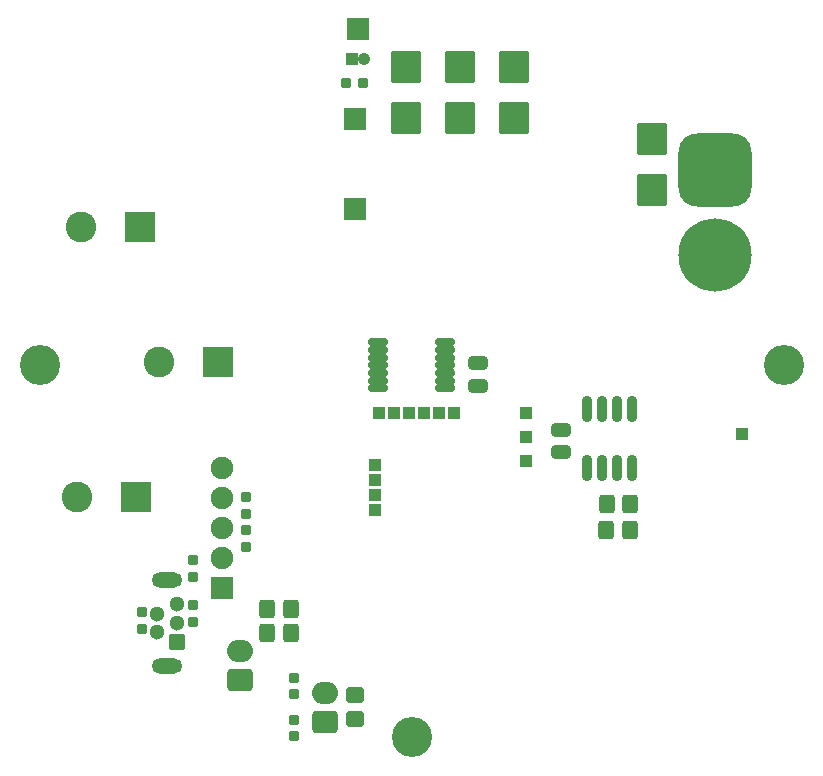
<source format=gbs>
G04 #@! TF.GenerationSoftware,KiCad,Pcbnew,6.0.11+dfsg-1*
G04 #@! TF.CreationDate,2025-03-20T11:06:45-04:00*
G04 #@! TF.ProjectId,foc-board,666f632d-626f-4617-9264-2e6b69636164,rev?*
G04 #@! TF.SameCoordinates,Original*
G04 #@! TF.FileFunction,Soldermask,Bot*
G04 #@! TF.FilePolarity,Negative*
%FSLAX46Y46*%
G04 Gerber Fmt 4.6, Leading zero omitted, Abs format (unit mm)*
G04 Created by KiCad (PCBNEW 6.0.11+dfsg-1) date 2025-03-20 11:06:45*
%MOMM*%
%LPD*%
G01*
G04 APERTURE LIST*
G04 Aperture macros list*
%AMRoundRect*
0 Rectangle with rounded corners*
0 $1 Rounding radius*
0 $2 $3 $4 $5 $6 $7 $8 $9 X,Y pos of 4 corners*
0 Add a 4 corners polygon primitive as box body*
4,1,4,$2,$3,$4,$5,$6,$7,$8,$9,$2,$3,0*
0 Add four circle primitives for the rounded corners*
1,1,$1+$1,$2,$3*
1,1,$1+$1,$4,$5*
1,1,$1+$1,$6,$7*
1,1,$1+$1,$8,$9*
0 Add four rect primitives between the rounded corners*
20,1,$1+$1,$2,$3,$4,$5,0*
20,1,$1+$1,$4,$5,$6,$7,0*
20,1,$1+$1,$6,$7,$8,$9,0*
20,1,$1+$1,$8,$9,$2,$3,0*%
G04 Aperture macros list end*
%ADD10RoundRect,0.100000X-0.850000X-0.850000X0.850000X-0.850000X0.850000X0.850000X-0.850000X0.850000X0*%
%ADD11C,3.400000*%
%ADD12RoundRect,0.100000X1.200000X1.200000X-1.200000X1.200000X-1.200000X-1.200000X1.200000X-1.200000X0*%
%ADD13C,2.600000*%
%ADD14RoundRect,0.100000X0.425000X-0.425000X0.425000X0.425000X-0.425000X0.425000X-0.425000X-0.425000X0*%
%ADD15O,1.050000X1.050000*%
%ADD16RoundRect,0.100000X-0.425000X-0.425000X0.425000X-0.425000X0.425000X0.425000X-0.425000X0.425000X0*%
%ADD17RoundRect,0.350000X0.750000X-0.600000X0.750000X0.600000X-0.750000X0.600000X-0.750000X-0.600000X0*%
%ADD18O,2.200000X1.900000*%
%ADD19RoundRect,0.100000X0.550000X-0.550000X0.550000X0.550000X-0.550000X0.550000X-0.550000X-0.550000X0*%
%ADD20C,1.300000*%
%ADD21O,2.600000X1.300000*%
%ADD22RoundRect,1.600000X-1.500000X1.500000X-1.500000X-1.500000X1.500000X-1.500000X1.500000X1.500000X0*%
%ADD23C,6.200000*%
%ADD24RoundRect,0.100000X0.850000X0.850000X-0.850000X0.850000X-0.850000X-0.850000X0.850000X-0.850000X0*%
%ADD25O,1.900000X1.900000*%
%ADD26RoundRect,0.100000X-0.350000X0.300000X-0.350000X-0.300000X0.350000X-0.300000X0.350000X0.300000X0*%
%ADD27RoundRect,0.100000X0.350000X-0.300000X0.350000X0.300000X-0.350000X0.300000X-0.350000X-0.300000X0*%
%ADD28RoundRect,0.250000X-0.150000X0.825000X-0.150000X-0.825000X0.150000X-0.825000X0.150000X0.825000X0*%
%ADD29RoundRect,0.350000X-0.350000X-0.450000X0.350000X-0.450000X0.350000X0.450000X-0.350000X0.450000X0*%
%ADD30RoundRect,0.100000X1.150000X-1.250000X1.150000X1.250000X-1.150000X1.250000X-1.150000X-1.250000X0*%
%ADD31RoundRect,0.100000X0.300000X0.350000X-0.300000X0.350000X-0.300000X-0.350000X0.300000X-0.350000X0*%
%ADD32RoundRect,0.350000X-0.475000X0.250000X-0.475000X-0.250000X0.475000X-0.250000X0.475000X0.250000X0*%
%ADD33RoundRect,0.200000X-0.637500X-0.100000X0.637500X-0.100000X0.637500X0.100000X-0.637500X0.100000X0*%
%ADD34RoundRect,0.350000X0.475000X-0.250000X0.475000X0.250000X-0.475000X0.250000X-0.475000X-0.250000X0*%
%ADD35RoundRect,0.350000X0.450000X-0.350000X0.450000X0.350000X-0.450000X0.350000X-0.450000X-0.350000X0*%
%ADD36RoundRect,0.350000X0.350000X0.450000X-0.350000X0.450000X-0.350000X-0.450000X0.350000X-0.450000X0*%
G04 APERTURE END LIST*
D10*
X102640000Y-82764000D03*
D11*
X138962000Y-95972000D03*
D12*
X84135959Y-107148000D03*
D13*
X79135959Y-107148000D03*
D14*
X102394000Y-70064000D03*
D15*
X103394000Y-70064000D03*
D16*
X109752000Y-100036000D03*
D12*
X84467918Y-84288000D03*
D13*
X79467918Y-84288000D03*
D16*
X105942000Y-100036000D03*
X104672000Y-100036000D03*
D11*
X107466000Y-127468000D03*
D16*
X107212000Y-100038000D03*
D17*
X100100000Y-126198000D03*
D18*
X100100000Y-123698000D03*
D16*
X117134000Y-102068000D03*
D17*
X92971000Y-122622000D03*
D18*
X92971000Y-120122000D03*
D16*
X117134000Y-100036000D03*
X135406000Y-101814000D03*
X111022000Y-100036000D03*
D11*
X75970000Y-95972000D03*
D16*
X108482000Y-100036000D03*
D10*
X102894000Y-67524000D03*
D19*
X87626000Y-119378000D03*
D20*
X85876000Y-118578000D03*
X87626000Y-117778000D03*
X85876000Y-116978000D03*
X87626000Y-116178000D03*
D21*
X86751000Y-121428000D03*
X86751000Y-114128000D03*
D16*
X104394000Y-105664000D03*
X104394000Y-108204000D03*
D22*
X133120000Y-79462000D03*
D23*
X133120000Y-86662000D03*
D16*
X104394000Y-106934000D03*
X117134000Y-104100000D03*
D24*
X91440000Y-114808000D03*
D25*
X91440000Y-112268000D03*
X91440000Y-109728000D03*
X91440000Y-107188000D03*
X91440000Y-104648000D03*
D16*
X104394000Y-104394000D03*
D10*
X102640000Y-75144000D03*
D12*
X91051795Y-95718000D03*
D13*
X86051795Y-95718000D03*
D26*
X97536000Y-127384000D03*
X97536000Y-125984000D03*
D27*
X97536000Y-122428000D03*
X97536000Y-123828000D03*
D28*
X122301000Y-99698000D03*
X123571000Y-99698000D03*
X124841000Y-99698000D03*
X126111000Y-99698000D03*
X126111000Y-104648000D03*
X124841000Y-104648000D03*
X123571000Y-104648000D03*
X122301000Y-104648000D03*
D27*
X88924000Y-112482000D03*
X88924000Y-113882000D03*
D29*
X95234000Y-118618000D03*
X97234000Y-118618000D03*
D30*
X106958000Y-75008000D03*
X106958000Y-70708000D03*
D31*
X101940000Y-72096000D03*
X103340000Y-72096000D03*
D32*
X120142000Y-101437000D03*
X120142000Y-103337000D03*
D26*
X84606000Y-118262000D03*
X84606000Y-116862000D03*
D33*
X104603500Y-97922000D03*
X104603500Y-97272000D03*
X104603500Y-96622000D03*
X104603500Y-95972000D03*
X104603500Y-95322000D03*
X104603500Y-94672000D03*
X104603500Y-94022000D03*
X110328500Y-94022000D03*
X110328500Y-94672000D03*
X110328500Y-95322000D03*
X110328500Y-95972000D03*
X110328500Y-96622000D03*
X110328500Y-97272000D03*
X110328500Y-97922000D03*
D26*
X88924000Y-117692000D03*
X88924000Y-116292000D03*
D27*
X93472000Y-107148000D03*
X93472000Y-108548000D03*
D34*
X113054000Y-97684000D03*
X113054000Y-95784000D03*
D29*
X95250000Y-116586000D03*
X97250000Y-116586000D03*
D30*
X111530000Y-75026000D03*
X111530000Y-70726000D03*
X127786000Y-81104000D03*
X127786000Y-76804000D03*
D27*
X93472000Y-109942000D03*
X93472000Y-111342000D03*
D35*
X102640000Y-125912000D03*
X102640000Y-123912000D03*
D30*
X116102000Y-75026000D03*
X116102000Y-70726000D03*
D36*
X125952000Y-109915000D03*
X123952000Y-109915000D03*
X125980000Y-107669000D03*
X123980000Y-107669000D03*
G36*
X111043334Y-97555598D02*
G01*
X111043724Y-97557560D01*
X111043493Y-97558028D01*
X111023688Y-97587667D01*
X111030874Y-97623794D01*
X111042627Y-97635547D01*
X111043145Y-97637479D01*
X111041731Y-97638893D01*
X111040823Y-97638923D01*
X110965801Y-97624000D01*
X109691199Y-97624000D01*
X109615560Y-97639045D01*
X109613666Y-97638402D01*
X109613276Y-97636440D01*
X109613507Y-97635972D01*
X109633312Y-97606333D01*
X109626126Y-97570206D01*
X109614373Y-97558453D01*
X109613855Y-97556521D01*
X109615269Y-97555107D01*
X109616177Y-97555077D01*
X109691199Y-97570000D01*
X110965801Y-97570000D01*
X111041440Y-97554955D01*
X111043334Y-97555598D01*
G37*
G36*
X105318334Y-97555598D02*
G01*
X105318724Y-97557560D01*
X105318493Y-97558028D01*
X105298688Y-97587667D01*
X105305874Y-97623794D01*
X105317627Y-97635547D01*
X105318145Y-97637479D01*
X105316731Y-97638893D01*
X105315823Y-97638923D01*
X105240801Y-97624000D01*
X103966199Y-97624000D01*
X103890560Y-97639045D01*
X103888666Y-97638402D01*
X103888276Y-97636440D01*
X103888507Y-97635972D01*
X103908312Y-97606333D01*
X103901126Y-97570206D01*
X103889373Y-97558453D01*
X103888855Y-97556521D01*
X103890269Y-97555107D01*
X103891177Y-97555077D01*
X103966199Y-97570000D01*
X105240801Y-97570000D01*
X105316440Y-97554955D01*
X105318334Y-97555598D01*
G37*
G36*
X111043334Y-96905598D02*
G01*
X111043724Y-96907560D01*
X111043493Y-96908028D01*
X111023688Y-96937667D01*
X111030874Y-96973794D01*
X111042627Y-96985547D01*
X111043145Y-96987479D01*
X111041731Y-96988893D01*
X111040823Y-96988923D01*
X110965801Y-96974000D01*
X109691199Y-96974000D01*
X109615560Y-96989045D01*
X109613666Y-96988402D01*
X109613276Y-96986440D01*
X109613507Y-96985972D01*
X109633312Y-96956333D01*
X109626126Y-96920206D01*
X109614373Y-96908453D01*
X109613855Y-96906521D01*
X109615269Y-96905107D01*
X109616177Y-96905077D01*
X109691199Y-96920000D01*
X110965801Y-96920000D01*
X111041440Y-96904955D01*
X111043334Y-96905598D01*
G37*
G36*
X105318334Y-96905598D02*
G01*
X105318724Y-96907560D01*
X105318493Y-96908028D01*
X105298688Y-96937667D01*
X105305874Y-96973794D01*
X105317627Y-96985547D01*
X105318145Y-96987479D01*
X105316731Y-96988893D01*
X105315823Y-96988923D01*
X105240801Y-96974000D01*
X103966199Y-96974000D01*
X103890560Y-96989045D01*
X103888666Y-96988402D01*
X103888276Y-96986440D01*
X103888507Y-96985972D01*
X103908312Y-96956333D01*
X103901126Y-96920206D01*
X103889373Y-96908453D01*
X103888855Y-96906521D01*
X103890269Y-96905107D01*
X103891177Y-96905077D01*
X103966199Y-96920000D01*
X105240801Y-96920000D01*
X105316440Y-96904955D01*
X105318334Y-96905598D01*
G37*
G36*
X111043334Y-96255598D02*
G01*
X111043724Y-96257560D01*
X111043493Y-96258028D01*
X111023688Y-96287667D01*
X111030874Y-96323794D01*
X111042627Y-96335547D01*
X111043145Y-96337479D01*
X111041731Y-96338893D01*
X111040823Y-96338923D01*
X110965801Y-96324000D01*
X109691199Y-96324000D01*
X109615560Y-96339045D01*
X109613666Y-96338402D01*
X109613276Y-96336440D01*
X109613507Y-96335972D01*
X109633312Y-96306333D01*
X109626126Y-96270206D01*
X109614373Y-96258453D01*
X109613855Y-96256521D01*
X109615269Y-96255107D01*
X109616177Y-96255077D01*
X109691199Y-96270000D01*
X110965801Y-96270000D01*
X111041440Y-96254955D01*
X111043334Y-96255598D01*
G37*
G36*
X105318334Y-96255598D02*
G01*
X105318724Y-96257560D01*
X105318493Y-96258028D01*
X105298688Y-96287667D01*
X105305874Y-96323794D01*
X105317627Y-96335547D01*
X105318145Y-96337479D01*
X105316731Y-96338893D01*
X105315823Y-96338923D01*
X105240801Y-96324000D01*
X103966199Y-96324000D01*
X103890560Y-96339045D01*
X103888666Y-96338402D01*
X103888276Y-96336440D01*
X103888507Y-96335972D01*
X103908312Y-96306333D01*
X103901126Y-96270206D01*
X103889373Y-96258453D01*
X103888855Y-96256521D01*
X103890269Y-96255107D01*
X103891177Y-96255077D01*
X103966199Y-96270000D01*
X105240801Y-96270000D01*
X105316440Y-96254955D01*
X105318334Y-96255598D01*
G37*
G36*
X105318334Y-95605598D02*
G01*
X105318724Y-95607560D01*
X105318493Y-95608028D01*
X105298688Y-95637667D01*
X105305874Y-95673794D01*
X105317627Y-95685547D01*
X105318145Y-95687479D01*
X105316731Y-95688893D01*
X105315823Y-95688923D01*
X105240801Y-95674000D01*
X103966199Y-95674000D01*
X103890560Y-95689045D01*
X103888666Y-95688402D01*
X103888276Y-95686440D01*
X103888507Y-95685972D01*
X103908312Y-95656333D01*
X103901126Y-95620206D01*
X103889373Y-95608453D01*
X103888855Y-95606521D01*
X103890269Y-95605107D01*
X103891177Y-95605077D01*
X103966199Y-95620000D01*
X105240801Y-95620000D01*
X105316440Y-95604955D01*
X105318334Y-95605598D01*
G37*
G36*
X111043334Y-95605598D02*
G01*
X111043724Y-95607560D01*
X111043493Y-95608028D01*
X111023688Y-95637667D01*
X111030874Y-95673794D01*
X111042627Y-95685547D01*
X111043145Y-95687479D01*
X111041731Y-95688893D01*
X111040823Y-95688923D01*
X110965801Y-95674000D01*
X109691199Y-95674000D01*
X109615560Y-95689045D01*
X109613666Y-95688402D01*
X109613276Y-95686440D01*
X109613507Y-95685972D01*
X109633312Y-95656333D01*
X109626126Y-95620206D01*
X109614373Y-95608453D01*
X109613855Y-95606521D01*
X109615269Y-95605107D01*
X109616177Y-95605077D01*
X109691199Y-95620000D01*
X110965801Y-95620000D01*
X111041440Y-95604955D01*
X111043334Y-95605598D01*
G37*
G36*
X111043334Y-94955598D02*
G01*
X111043724Y-94957560D01*
X111043493Y-94958028D01*
X111023688Y-94987667D01*
X111030874Y-95023794D01*
X111042627Y-95035547D01*
X111043145Y-95037479D01*
X111041731Y-95038893D01*
X111040823Y-95038923D01*
X110965801Y-95024000D01*
X109691199Y-95024000D01*
X109615560Y-95039045D01*
X109613666Y-95038402D01*
X109613276Y-95036440D01*
X109613507Y-95035972D01*
X109633312Y-95006333D01*
X109626126Y-94970206D01*
X109614373Y-94958453D01*
X109613855Y-94956521D01*
X109615269Y-94955107D01*
X109616177Y-94955077D01*
X109691199Y-94970000D01*
X110965801Y-94970000D01*
X111041440Y-94954955D01*
X111043334Y-94955598D01*
G37*
G36*
X105318334Y-94955598D02*
G01*
X105318724Y-94957560D01*
X105318493Y-94958028D01*
X105298688Y-94987667D01*
X105305874Y-95023794D01*
X105317627Y-95035547D01*
X105318145Y-95037479D01*
X105316731Y-95038893D01*
X105315823Y-95038923D01*
X105240801Y-95024000D01*
X103966199Y-95024000D01*
X103890560Y-95039045D01*
X103888666Y-95038402D01*
X103888276Y-95036440D01*
X103888507Y-95035972D01*
X103908312Y-95006333D01*
X103901126Y-94970206D01*
X103889373Y-94958453D01*
X103888855Y-94956521D01*
X103890269Y-94955107D01*
X103891177Y-94955077D01*
X103966199Y-94970000D01*
X105240801Y-94970000D01*
X105316440Y-94954955D01*
X105318334Y-94955598D01*
G37*
G36*
X105318334Y-94305598D02*
G01*
X105318724Y-94307560D01*
X105318493Y-94308028D01*
X105298688Y-94337667D01*
X105305874Y-94373794D01*
X105317627Y-94385547D01*
X105318145Y-94387479D01*
X105316731Y-94388893D01*
X105315823Y-94388923D01*
X105240801Y-94374000D01*
X103966199Y-94374000D01*
X103890560Y-94389045D01*
X103888666Y-94388402D01*
X103888276Y-94386440D01*
X103888507Y-94385972D01*
X103908312Y-94356333D01*
X103901126Y-94320206D01*
X103889373Y-94308453D01*
X103888855Y-94306521D01*
X103890269Y-94305107D01*
X103891177Y-94305077D01*
X103966199Y-94320000D01*
X105240801Y-94320000D01*
X105316440Y-94304955D01*
X105318334Y-94305598D01*
G37*
G36*
X111043334Y-94305598D02*
G01*
X111043724Y-94307560D01*
X111043493Y-94308028D01*
X111023688Y-94337667D01*
X111030874Y-94373794D01*
X111042627Y-94385547D01*
X111043145Y-94387479D01*
X111041731Y-94388893D01*
X111040823Y-94388923D01*
X110965801Y-94374000D01*
X109691199Y-94374000D01*
X109615560Y-94389045D01*
X109613666Y-94388402D01*
X109613276Y-94386440D01*
X109613507Y-94385972D01*
X109633312Y-94356333D01*
X109626126Y-94320206D01*
X109614373Y-94308453D01*
X109613855Y-94306521D01*
X109615269Y-94305107D01*
X109616177Y-94305077D01*
X109691199Y-94320000D01*
X110965801Y-94320000D01*
X111041440Y-94304955D01*
X111043334Y-94305598D01*
G37*
M02*

</source>
